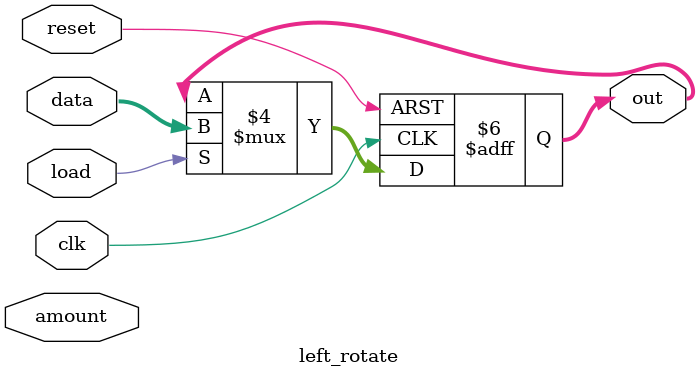
<source format=v>
module left_rotate(clk,reset,amount,data,load,out);
input clk,reset;
input [2:0] amount;
input [7:0] data;
input load;
output reg [7:0] out;
// when load is high, load data to out
// otherwise rotate the out register followed by left shift the out register by amount bits
always @(posedge clk, posedge reset)
begin
	if(reset)
	begin
	out<=0;
	end
	else if(load)
	begin
	out<=data;
	end
	else
	begin
	 out<={out[7:amount],out[7:0]};
	end
end
endmodule

</source>
